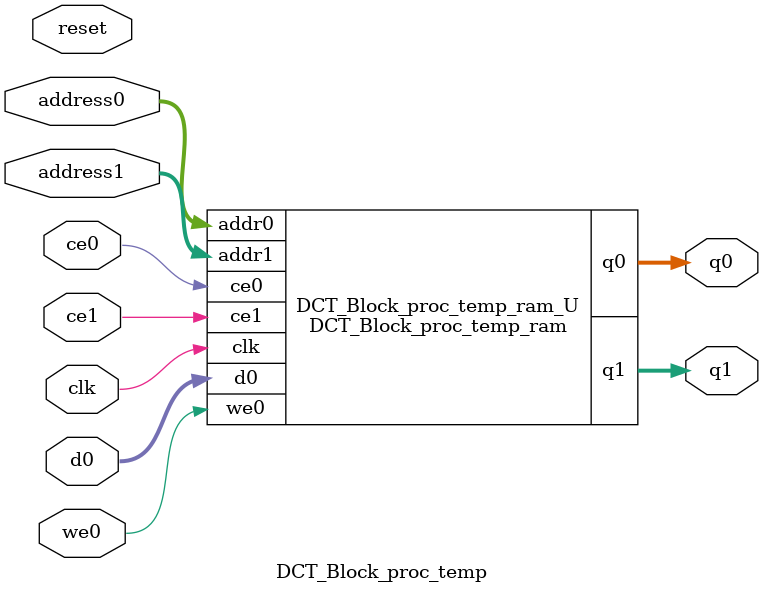
<source format=v>

`timescale 1 ns / 1 ps
module DCT_Block_proc_temp_ram (addr0, ce0, d0, we0, q0, addr1, ce1, q1,  clk);

parameter DWIDTH = 32;
parameter AWIDTH = 6;
parameter MEM_SIZE = 64;

input[AWIDTH-1:0] addr0;
input ce0;
input[DWIDTH-1:0] d0;
input we0;
output reg[DWIDTH-1:0] q0;
input[AWIDTH-1:0] addr1;
input ce1;
output reg[DWIDTH-1:0] q1;
input clk;

(* ram_style = "block" *)reg [DWIDTH-1:0] ram[MEM_SIZE-1:0];




always @(posedge clk)  
begin 
    if (ce0) 
    begin
        if (we0) 
        begin 
            ram[addr0] <= d0; 
            q0 <= d0;
        end 
        else 
            q0 <= ram[addr0];
    end
end


always @(posedge clk)  
begin 
    if (ce1) 
    begin
            q1 <= ram[addr1];
    end
end


endmodule


`timescale 1 ns / 1 ps
module DCT_Block_proc_temp(
    reset,
    clk,
    address0,
    ce0,
    we0,
    d0,
    q0,
    address1,
    ce1,
    q1);

parameter DataWidth = 32'd32;
parameter AddressRange = 32'd64;
parameter AddressWidth = 32'd6;
input reset;
input clk;
input[AddressWidth - 1:0] address0;
input ce0;
input we0;
input[DataWidth - 1:0] d0;
output[DataWidth - 1:0] q0;
input[AddressWidth - 1:0] address1;
input ce1;
output[DataWidth - 1:0] q1;



DCT_Block_proc_temp_ram DCT_Block_proc_temp_ram_U(
    .clk( clk ),
    .addr0( address0 ),
    .ce0( ce0 ),
    .d0( d0 ),
    .we0( we0 ),
    .q0( q0 ),
    .addr1( address1 ),
    .ce1( ce1 ),
    .q1( q1 ));

endmodule


</source>
